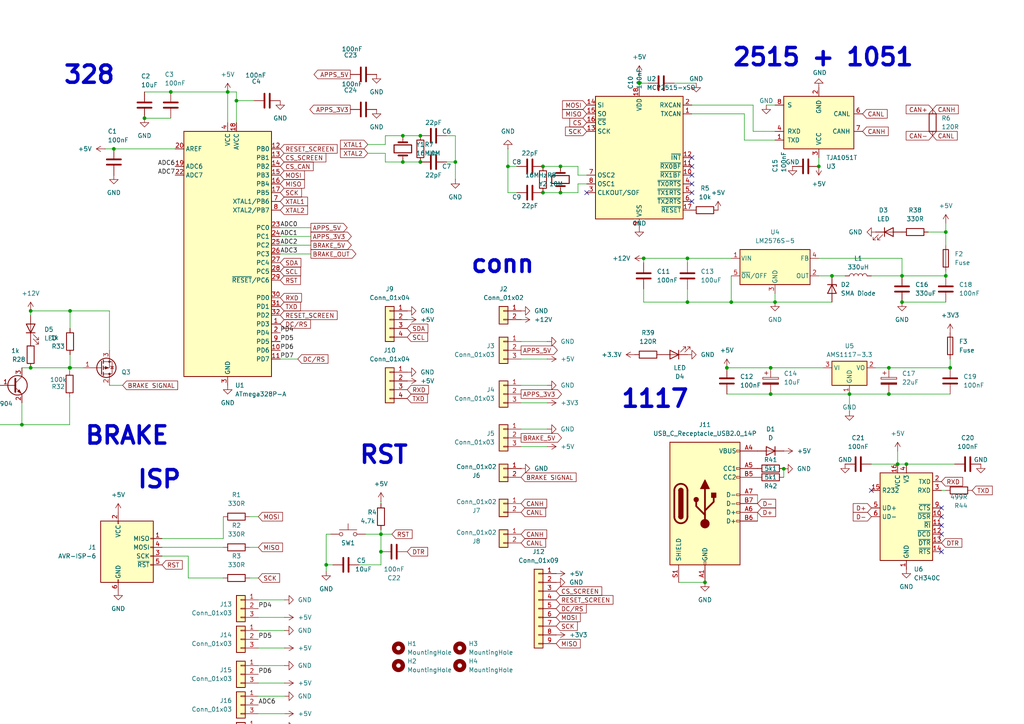
<source format=kicad_sch>
(kicad_sch (version 20250114) (generator "eeschema") (generator_version "9.0")
  (paper "A4")
  (title_block (title "RBR_VCU_V2_VAN"))
  (text "RST" (at 103.886 132.08 0) (effects (font (size 5 5) (thickness 1) (bold yes)) (justify left)))
  (text "conn" (at 145.796 76.708 0) (effects (font (size 5 5) (thickness 1) (bold yes))))
  (text "ISP" (at 46.228 139.192 0) (effects (font (size 5 5) (thickness 1) (bold yes))))
  (text "1117" (at 189.992 115.824 0) (effects (font (size 5 5) (thickness 1) (bold yes))))
  (text "2515 + 1051" (at 238.76 16.764 0) (effects (font (size 5 5) (thickness 1) (bold yes))))
  (text "features to implement\nexpose I2C and SPI for screen, into XH connector\nready to drive sound: output pmos drive buzzer, also XH\nexpose UART\nexpose unused pins to xh, same wiring as others\nassign pinout and read the rules, FSG as english reference\nreasonable silkscreen\nthe edge cut is your playground\nDeadline: 2359/10/04/2025; non-negotiable" (at 297.18 128.778 0) (effects (font (size 2.54 2.54) (thickness 0.508) (bold yes)) (justify left)))
  (text "BRAKE" (at 36.83 126.492 0) (effects (font (size 5 5) (thickness 1) (bold yes))))
  (text "328" (at 25.908 21.844 0) (effects (font (size 5 5) (thickness 1) (bold yes))))
  (junction (at 274.32 80.01))
  (junction (at 223.52 106.68))
  (junction (at 8.89 106.68))
  (junction (at 132.08 46.99))
  (junction (at 33.02 43.18))
  (junction (at 261.62 80.01))
  (junction (at 162.56 48.26))
  (junction (at 157.48 55.88))
  (junction (at 20.32 90.17))
  (junction (at 212.09 87.63))
  (junction (at 8.89 90.17))
  (junction (at 199.39 74.93))
  (junction (at 199.39 87.63))
  (junction (at 262.89 134.62))
  (junction (at 204.47 168.91))
  (junction (at 261.62 87.63))
  (junction (at 6.35 123.19))
  (junction (at 157.48 48.26))
  (junction (at 246.38 114.3))
  (junction (at 147.32 48.26))
  (junction (at 94.615 163.83))
  (junction (at 162.56 55.88))
  (junction (at 49.53 26.67))
  (junction (at 110.49 154.94))
  (junction (at 41.91 34.29))
  (junction (at 68.58 29.21))
  (junction (at 186.69 74.93))
  (junction (at 260.35 134.62))
  (junction (at 223.52 114.3))
  (junction (at 257.81 106.68))
  (junction (at 121.92 39.37))
  (junction (at 20.193 106.68))
  (junction (at 116.84 39.37))
  (junction (at 185.42 24.13))
  (junction (at 110.49 160.02))
  (junction (at 66.04 26.67))
  (junction (at 116.84 46.99))
  (junction (at 224.79 87.63))
  (junction (at 20.32 106.68))
  (junction (at 227.33 135.9679))
  (junction (at 257.81 114.3))
  (junction (at 241.3 80.01))
  (junction (at 275.59 106.68))
  (junction (at 210.82 106.68))
  (junction (at 121.92 46.99))
  (junction (at 274.32 67.31))
  (junction (at 237.49 48.26))
  (no_connect (at 200.66 48.26))
  (no_connect (at 252.73 142.24))
  (no_connect (at 273.05 147.32))
  (no_connect (at 273.05 154.94))
  (no_connect (at 170.18 55.88))
  (no_connect (at 200.66 55.88))
  (no_connect (at 200.66 50.8))
  (no_connect (at 200.66 58.42))
  (no_connect (at 273.05 149.86))
  (no_connect (at 273.05 152.4))
  (no_connect (at 200.66 45.72))
  (no_connect (at 200.66 53.34))
  (no_connect (at 273.05 160.02))
  (wire (pts (xy 237.49 48.26) (xy 237.49 45.72)))
  (wire (pts (xy 82.55 179.07) (xy 74.93 179.07)))
  (wire (pts (xy 199.39 74.93) (xy 212.09 74.93)))
  (wire (pts (xy 94.615 154.94) (xy 94.615 163.83)))
  (wire (pts (xy 223.52 106.68) (xy 238.76 106.68)))
  (wire (pts (xy 158.75 124.46) (xy 151.13 124.46)))
  (wire (pts (xy 20.32 90.17) (xy 20.32 95.25)))
  (wire (pts (xy 199.39 87.63) (xy 212.09 87.63)))
  (wire (pts (xy 8.89 106.68) (xy 20.193 106.68)))
  (wire (pts (xy 111.76 46.99) (xy 111.76 44.45)))
  (wire (pts (xy 49.53 26.67) (xy 66.04 26.67)))
  (wire (pts (xy 147.32 55.88) (xy 147.32 48.26)))
  (wire (pts (xy 254 106.68) (xy 257.81 106.68)))
  (wire (pts (xy 196.85 168.91) (xy 204.47 168.91)))
  (wire (pts (xy 210.82 114.3) (xy 223.52 114.3)))
  (wire (pts (xy 273.05 142.24) (xy 274.32 142.24)))
  (wire (pts (xy 224.79 87.63) (xy 224.79 85.09)))
  (wire (pts (xy 20.193 115.189) (xy 20.193 123.19)))
  (wire (pts (xy 41.91 26.67) (xy 49.53 26.67)))
  (wire (pts (xy 8.89 90.17) (xy 8.89 91.44)))
  (wire (pts (xy 147.32 55.88) (xy 149.86 55.88)))
  (wire (pts (xy 186.69 87.63) (xy 186.69 83.82)))
  (wire (pts (xy 186.69 74.93) (xy 186.69 76.2)))
  (wire (pts (xy 90.17 73.66) (xy 81.28 73.66)))
  (wire (pts (xy 110.49 154.94) (xy 113.665 154.94)))
  (wire (pts (xy 111.76 46.99) (xy 116.84 46.99)))
  (wire (pts (xy 261.62 87.63) (xy 274.32 87.63)))
  (wire (pts (xy 64.77 156.21) (xy 46.99 156.21)))
  (wire (pts (xy 73.66 29.21) (xy 68.58 29.21)))
  (wire (pts (xy 132.08 39.37) (xy 132.08 46.99)))
  (wire (pts (xy 82.55 201.93) (xy 74.93 201.93)))
  (wire (pts (xy 132.08 39.37) (xy 129.54 39.37)))
  (wire (pts (xy 186.69 74.93) (xy 199.39 74.93)))
  (wire (pts (xy 158.75 104.14) (xy 151.13 104.14)))
  (wire (pts (xy 252.73 134.62) (xy 260.35 134.62)))
  (wire (pts (xy 237.49 74.93) (xy 261.62 74.93)))
  (wire (pts (xy 82.55 207.01) (xy 74.93 207.01)))
  (wire (pts (xy 90.17 68.58) (xy 81.28 68.58)))
  (wire (pts (xy 227.33 135.89) (xy 227.33 135.9679)))
  (wire (pts (xy 158.75 129.54) (xy 151.13 129.54)))
  (wire (pts (xy 31.75 90.17) (xy 31.75 101.6)))
  (wire (pts (xy 66.04 26.67) (xy 68.58 26.67)))
  (wire (pts (xy 158.75 99.06) (xy 151.13 99.06)))
  (wire (pts (xy 170.18 53.34) (xy 167.64 53.34)))
  (wire (pts (xy 132.08 52.07) (xy 132.08 46.99)))
  (wire (pts (xy 215.9 33.02) (xy 200.66 33.02)))
  (wire (pts (xy 274.32 64.77) (xy 274.32 67.31)))
  (wire (pts (xy -15.24 123.19) (xy 6.35 123.19)))
  (wire (pts (xy 111.76 39.37) (xy 116.84 39.37)))
  (wire (pts (xy 147.32 43.18) (xy 147.32 48.26)))
  (wire (pts (xy 24.13 106.68) (xy 20.32 106.68)))
  (wire (pts (xy 64.77 167.64) (xy 54.61 167.64)))
  (wire (pts (xy 6.35 116.84) (xy 6.35 123.19)))
  (wire (pts (xy 110.49 160.02) (xy 110.49 163.83)))
  (wire (pts (xy 68.58 26.67) (xy 68.58 29.21)))
  (wire (pts (xy 20.32 90.17) (xy 31.75 90.17)))
  (wire (pts (xy 30.48 43.18) (xy 33.02 43.18)))
  (wire (pts (xy 274.32 67.31) (xy 274.32 71.12)))
  (wire (pts (xy 82.55 210.82) (xy 74.93 210.82)))
  (wire (pts (xy 252.73 80.01) (xy 261.62 80.01)))
  (wire (pts (xy 106.68 41.91) (xy 111.76 41.91)))
  (wire (pts (xy 187.96 24.13) (xy 185.42 24.13)))
  (wire (pts (xy 246.38 114.3) (xy 257.81 114.3)))
  (wire (pts (xy 149.86 48.26) (xy 147.32 48.26)))
  (wire (pts (xy 157.48 48.26) (xy 162.56 48.26)))
  (wire (pts (xy 274.32 78.74) (xy 274.32 80.01)))
  (wire (pts (xy 210.82 106.68) (xy 223.52 106.68)))
  (wire (pts (xy 227.33 135.9679) (xy 227.33 138.43)))
  (wire (pts (xy 167.64 53.34) (xy 167.64 55.88)))
  (wire (pts (xy 82.55 187.96) (xy 74.93 187.96)))
  (wire (pts (xy 6.35 106.68) (xy 8.89 106.68)))
  (wire (pts (xy 110.49 153.67) (xy 110.49 154.94)))
  (wire (pts (xy 167.64 48.26) (xy 162.56 48.26)))
  (wire (pts (xy 219.71 143.51) (xy 219.71 146.05)))
  (wire (pts (xy 215.9 40.64) (xy 215.9 33.02)))
  (wire (pts (xy 261.62 74.93) (xy 261.62 80.01)))
  (wire (pts (xy 185.42 21.59) (xy 185.42 24.13)))
  (wire (pts (xy 106.045 154.94) (xy 110.49 154.94)))
  (wire (pts (xy 260.35 130.81) (xy 260.35 134.62)))
  (wire (pts (xy 90.17 71.12) (xy 81.28 71.12)))
  (wire (pts (xy 74.93 149.86) (xy 72.39 149.86)))
  (wire (pts (xy 8.89 90.17) (xy 20.32 90.17)))
  (wire (pts (xy 104.14 163.83) (xy 110.49 163.83)))
  (wire (pts (xy 20.32 106.68) (xy 20.193 106.68)))
  (wire (pts (xy 82.55 193.04) (xy 74.93 193.04)))
  (wire (pts (xy 218.44 38.1) (xy 218.44 30.48)))
  (wire (pts (xy 195.58 24.13) (xy 201.93 24.13)))
  (wire (pts (xy 157.48 55.88) (xy 162.56 55.88)))
  (wire (pts (xy 86.36 104.14) (xy 81.28 104.14)))
  (wire (pts (xy 219.71 148.59) (xy 219.71 151.13)))
  (wire (pts (xy 54.61 161.29) (xy 46.99 161.29)))
  (wire (pts (xy 64.77 149.86) (xy 64.77 156.21)))
  (wire (pts (xy 33.02 43.18) (xy 50.8 43.18)))
  (wire (pts (xy 111.76 44.45) (xy 106.68 44.45)))
  (wire (pts (xy 20.193 106.68) (xy 20.193 107.569)))
  (wire (pts (xy 212.09 87.63) (xy 224.79 87.63)))
  (wire (pts (xy 68.58 29.21) (xy 68.58 35.56)))
  (wire (pts (xy 129.54 46.99) (xy 132.08 46.99)))
  (wire (pts (xy 66.04 26.67) (xy 66.04 35.56)))
  (wire (pts (xy 74.93 167.64) (xy 72.39 167.64)))
  (wire (pts (xy 269.24 67.31) (xy 274.32 67.31)))
  (wire (pts (xy 158.75 111.76) (xy 151.13 111.76)))
  (wire (pts (xy 20.32 102.87) (xy 20.32 106.68)))
  (wire (pts (xy 90.17 66.04) (xy 81.28 66.04)))
  (wire (pts (xy 246.38 119.38) (xy 246.38 114.3)))
  (wire (pts (xy 54.61 167.64) (xy 54.61 161.29)))
  (wire (pts (xy 82.55 173.99) (xy 74.93 173.99)))
  (wire (pts (xy 167.64 55.88) (xy 162.56 55.88)))
  (wire (pts (xy 170.18 50.8) (xy 167.64 50.8)))
  (wire (pts (xy 218.44 30.48) (xy 200.66 30.48)))
  (wire (pts (xy 41.91 34.29) (xy 49.53 34.29)))
  (wire (pts (xy 275.59 104.14) (xy 275.59 106.68)))
  (wire (pts (xy 167.64 50.8) (xy 167.64 48.26)))
  (wire (pts (xy 257.81 106.68) (xy 275.59 106.68)))
  (wire (pts (xy 82.55 182.88) (xy 74.93 182.88)))
  (wire (pts (xy -15.24 111.76) (xy -8.89 111.76)))
  (wire (pts (xy 199.39 74.93) (xy 199.39 76.2)))
  (wire (pts (xy 224.79 40.64) (xy 215.9 40.64)))
  (wire (pts (xy 94.615 163.83) (xy 96.52 163.83)))
  (wire (pts (xy 241.3 80.01) (xy 245.11 80.01)))
  (wire (pts (xy 224.79 87.63) (xy 241.3 87.63)))
  (wire (pts (xy 257.81 114.3) (xy 275.59 114.3)))
  (wire (pts (xy 121.92 46.99) (xy 116.84 46.99)))
  (wire (pts (xy 110.49 145.415) (xy 110.49 146.05)))
  (wire (pts (xy 260.35 134.62) (xy 262.89 134.62)))
  (wire (pts (xy 82.55 215.9) (xy 74.93 215.9)))
  (wire (pts (xy 111.76 39.37) (xy 111.76 41.91)))
  (wire (pts (xy 185.42 24.13) (xy 185.42 25.4)))
  (wire (pts (xy 94.615 165.735) (xy 94.615 163.83)))
  (wire (pts (xy 224.79 38.1) (xy 218.44 38.1)))
  (wire (pts (xy 6.35 123.19) (xy 20.193 123.19)))
  (wire (pts (xy 82.55 198.12) (xy 74.93 198.12)))
  (wire (pts (xy 158.75 116.84) (xy 151.13 116.84)))
  (wire (pts (xy 223.52 114.3) (xy 246.38 114.3)))
  (wire (pts (xy 276.86 134.62) (xy 262.89 134.62)))
  (wire (pts (xy 74.93 158.75) (xy 72.39 158.75)))
  (wire (pts (xy 222.25 30.48) (xy 224.79 30.48)))
  (wire (pts (xy 186.69 87.63) (xy 199.39 87.63)))
  (wire (pts (xy 64.77 158.75) (xy 46.99 158.75)))
  (wire (pts (xy 212.09 80.01) (xy 212.09 87.63)))
  (wire (pts (xy 110.49 154.94) (xy 110.49 160.02)))
  (wire (pts (xy 241.3 80.01) (xy 237.49 80.01)))
  (wire (pts (xy 95.885 154.94) (xy 94.615 154.94)))
  (wire (pts (xy 199.39 83.82) (xy 199.39 87.63)))
  (wire (pts (xy 261.62 80.01) (xy 274.32 80.01)))
  (wire (pts (xy 121.92 39.37) (xy 116.84 39.37)))
  (wire (pts (xy 31.75 111.76) (xy 35.56 111.76)))
  (label "ADC3" (at 81.28 73.66 0))
  (label "ADC6" (at 74.93 204.47 0))
  (label "PD4" (at 74.93 176.53 0))
  (label "ADC6" (at 50.8 48.26 180))
  (label "PD6" (at 74.93 195.58 0))
  (label "PD5" (at 74.93 185.42 0))
  (label "PD4" (at 81.28 96.52 0))
  (label "ADC7" (at 74.93 213.36 0))
  (label "PD5" (at 81.28 99.06 0))
  (label "ADC0" (at 81.28 66.04 0))
  (label "ADC1" (at 81.28 68.58 0))
  (label "ADC2" (at 81.28 71.12 0))
  (label "PD7" (at 81.28 104.14 0))
  (label "ADC7" (at 50.8 50.8 180))
  (label "PD6" (at 81.28 101.6 0))
  (global_label "CANH" (shape input) (at 270.51 31.75 0) (property "Intersheetrefs" "${INTERSHEET_REFS}" (effects (hide yes))))
  (global_label "RESET_SCREEN" (shape input) (at 161.29 173.99 0) (property "Intersheetrefs" "${INTERSHEET_REFS}" (effects (hide yes))))
  (global_label "SCL" (shape input) (at 118.11 97.79 0) (property "Intersheetrefs" "${INTERSHEET_REFS}" (effects (hide yes))))
  (global_label "RST" (shape input) (at 81.28 81.28 0) (property "Intersheetrefs" "${INTERSHEET_REFS}" (effects (hide yes))))
  (global_label "CS_SCREEN" (shape input) (at 161.29 171.45 0) (property "Intersheetrefs" "${INTERSHEET_REFS}" (effects (hide yes))))
  (global_label "XTAL2" (shape input) (at 106.68 44.45 180) (property "Intersheetrefs" "${INTERSHEET_REFS}" (effects (hide yes))))
  (global_label "BRAKE_5V" (shape output) (at 151.13 127 0) (property "Intersheetrefs" "${INTERSHEET_REFS}" (effects (hide yes))))
  (global_label "MISO" (shape input) (at 170.18 33.02 180) (property "Intersheetrefs" "${INTERSHEET_REFS}" (effects (hide yes))))
  (global_label "APPS_3V3" (shape output) (at 90.17 68.58 0) (property "Intersheetrefs" "${INTERSHEET_REFS}" (effects (hide yes))))
  (global_label "CANL" (shape input) (at 151.13 148.59 0) (property "Intersheetrefs" "${INTERSHEET_REFS}" (effects (hide yes))))
  (global_label "SCK" (shape input) (at 81.28 55.88 0) (property "Intersheetrefs" "${INTERSHEET_REFS}" (effects (hide yes))))
  (global_label "CS_CAN" (shape input) (at 81.28 48.26 0) (property "Intersheetrefs" "${INTERSHEET_REFS}" (effects (hide yes))))
  (global_label "CANL" (shape input) (at 270.51 39.37 0) (property "Intersheetrefs" "${INTERSHEET_REFS}" (effects (hide yes))))
  (global_label "APPS_3V3" (shape output) (at 151.13 114.3 0) (property "Intersheetrefs" "${INTERSHEET_REFS}" (effects (hide yes))))
  (global_label "RESET_SCREEN" (shape input) (at 81.28 43.18 0) (property "Intersheetrefs" "${INTERSHEET_REFS}" (effects (hide yes))))
  (global_label "DC{slash}RS" (shape input) (at 161.29 176.53 0) (property "Intersheetrefs" "${INTERSHEET_REFS}" (effects (hide yes))))
  (global_label "SCK" (shape input) (at 74.93 167.64 0) (property "Intersheetrefs" "${INTERSHEET_REFS}" (effects (hide yes))))
  (global_label "BRAKE_OUT" (shape output) (at 90.17 73.66 0) (property "Intersheetrefs" "${INTERSHEET_REFS}" (effects (hide yes))))
  (global_label "CS_SCREEN" (shape input) (at 81.28 45.72 0) (property "Intersheetrefs" "${INTERSHEET_REFS}" (effects (hide yes))))
  (global_label "APPS_5V" (shape output) (at 101.6 21.59 180) (property "Intersheetrefs" "${INTERSHEET_REFS}" (effects (hide yes))))
  (global_label "APPS_5V" (shape output) (at 90.17 66.04 0) (property "Intersheetrefs" "${INTERSHEET_REFS}" (effects (hide yes))))
  (global_label "CANL" (shape input) (at 151.13 157.48 0) (property "Intersheetrefs" "${INTERSHEET_REFS}" (effects (hide yes))))
  (global_label "DTR" (shape input) (at 118.11 160.02 0) (property "Intersheetrefs" "${INTERSHEET_REFS}" (effects (hide yes))))
  (global_label "SDA" (shape input) (at 81.28 76.2 0) (property "Intersheetrefs" "${INTERSHEET_REFS}" (effects (hide yes))))
  (global_label "CANH" (shape input) (at 151.13 146.05 0) (property "Intersheetrefs" "${INTERSHEET_REFS}" (effects (hide yes))))
  (global_label "CAN+" (shape input) (at 270.51 31.75 180) (property "Intersheetrefs" "${INTERSHEET_REFS}" (effects (hide yes))))
  (global_label "D-" (shape input) (at 219.71 146.05 0) (property "Intersheetrefs" "${INTERSHEET_REFS}" (effects (hide yes))))
  (global_label "DC{slash}RS" (shape input) (at 81.28 93.98 0) (property "Intersheetrefs" "${INTERSHEET_REFS}" (effects (hide yes))))
  (global_label "CANH" (shape input) (at 151.13 154.94 0) (property "Intersheetrefs" "${INTERSHEET_REFS}" (effects (hide yes))))
  (global_label "RXD" (shape input) (at 81.28 86.36 0) (property "Intersheetrefs" "${INTERSHEET_REFS}" (effects (hide yes))))
  (global_label "CS" (shape input) (at 170.18 35.56 180) (property "Intersheetrefs" "${INTERSHEET_REFS}" (effects (hide yes))))
  (global_label "RXD" (shape input) (at 273.05 139.7 0) (property "Intersheetrefs" "${INTERSHEET_REFS}" (effects (hide yes))))
  (global_label "XTAL1" (shape input) (at 81.28 58.42 0) (property "Intersheetrefs" "${INTERSHEET_REFS}" (effects (hide yes))))
  (global_label "APPS_3V3" (shape output) (at 101.6 31.75 180) (property "Intersheetrefs" "${INTERSHEET_REFS}" (effects (hide yes))))
  (global_label "RESET_SCREEN" (shape input) (at 81.28 91.44 0) (property "Intersheetrefs" "${INTERSHEET_REFS}" (effects (hide yes))))
  (global_label "TXD" (shape input) (at 81.28 88.9 0) (property "Intersheetrefs" "${INTERSHEET_REFS}" (effects (hide yes))))
  (global_label "XTAL1" (shape input) (at 106.68 41.91 180) (property "Intersheetrefs" "${INTERSHEET_REFS}" (effects (hide yes))))
  (global_label "BRAKE SIGNAL" (shape input) (at 151.13 138.43 0) (property "Intersheetrefs" "${INTERSHEET_REFS}" (effects (hide yes))))
  (global_label "MISO" (shape input) (at 74.93 158.75 0) (property "Intersheetrefs" "${INTERSHEET_REFS}" (effects (hide yes))))
  (global_label "DTR" (shape input) (at 273.05 157.48 0) (property "Intersheetrefs" "${INTERSHEET_REFS}" (effects (hide yes))))
  (global_label "TXD" (shape input) (at 281.94 142.24 0) (property "Intersheetrefs" "${INTERSHEET_REFS}" (effects (hide yes))))
  (global_label "MOSI" (shape input) (at 161.29 179.07 0) (property "Intersheetrefs" "${INTERSHEET_REFS}" (effects (hide yes))))
  (global_label "CAN-" (shape input) (at 270.51 39.37 180) (property "Intersheetrefs" "${INTERSHEET_REFS}" (effects (hide yes))))
  (global_label "D+" (shape input) (at 219.71 148.59 0) (property "Intersheetrefs" "${INTERSHEET_REFS}" (effects (hide yes))))
  (global_label "RST" (shape input) (at 46.99 163.83 0) (property "Intersheetrefs" "${INTERSHEET_REFS}" (effects (hide yes))))
  (global_label "BRAKE SIGNAL" (shape input) (at 35.56 111.76 0) (property "Intersheetrefs" "${INTERSHEET_REFS}" (effects (hide yes))))
  (global_label "XTAL2" (shape input) (at 81.28 60.96 0) (property "Intersheetrefs" "${INTERSHEET_REFS}" (effects (hide yes))))
  (global_label "MISO" (shape input) (at 81.28 53.34 0) (property "Intersheetrefs" "${INTERSHEET_REFS}" (effects (hide yes))))
  (global_label "MOSI" (shape input) (at 74.93 149.86 0) (property "Intersheetrefs" "${INTERSHEET_REFS}" (effects (hide yes))))
  (global_label "APPS_5V" (shape output) (at 151.13 101.6 0) (property "Intersheetrefs" "${INTERSHEET_REFS}" (effects (hide yes))))
  (global_label "RST" (shape input) (at 113.665 154.94 0) (property "Intersheetrefs" "${INTERSHEET_REFS}" (effects (hide yes))))
  (global_label "CANL" (shape input) (at 250.19 33.02 0) (property "Intersheetrefs" "${INTERSHEET_REFS}" (effects (hide yes))))
  (global_label "BRAKE_OUT" (shape output) (at -15.24 111.76 180) (property "Intersheetrefs" "${INTERSHEET_REFS}" (effects (hide yes))))
  (global_label "D+" (shape input) (at 252.73 147.32 180) (property "Intersheetrefs" "${INTERSHEET_REFS}" (effects (hide yes))))
  (global_label "SCK" (shape input) (at 170.18 38.1 180) (property "Intersheetrefs" "${INTERSHEET_REFS}" (effects (hide yes))))
  (global_label "SCK" (shape input) (at 161.29 181.61 0) (property "Intersheetrefs" "${INTERSHEET_REFS}" (effects (hide yes))))
  (global_label "D-" (shape input) (at 252.73 149.86 180) (property "Intersheetrefs" "${INTERSHEET_REFS}" (effects (hide yes))))
  (global_label "TXD" (shape input) (at 118.11 115.57 0) (property "Intersheetrefs" "${INTERSHEET_REFS}" (effects (hide yes))))
  (global_label "CANH" (shape input) (at 250.19 38.1 0) (property "Intersheetrefs" "${INTERSHEET_REFS}" (effects (hide yes))))
  (global_label "BRAKE_5V" (shape output) (at 90.17 71.12 0) (property "Intersheetrefs" "${INTERSHEET_REFS}" (effects (hide yes))))
  (global_label "MOSI" (shape input) (at 170.18 30.48 180) (property "Intersheetrefs" "${INTERSHEET_REFS}" (effects (hide yes))))
  (global_label "MOSI" (shape input) (at 81.28 50.8 0) (property "Intersheetrefs" "${INTERSHEET_REFS}" (effects (hide yes))))
  (global_label "DC{slash}RS" (shape input) (at 86.36 104.14 0) (property "Intersheetrefs" "${INTERSHEET_REFS}" (effects (hide yes))))
  (global_label "RXD" (shape input) (at 118.11 113.03 0) (property "Intersheetrefs" "${INTERSHEET_REFS}" (effects (hide yes))))
  (global_label "SDA" (shape input) (at 118.11 95.25 0) (property "Intersheetrefs" "${INTERSHEET_REFS}" (effects (hide yes))))
  (global_label "MISO" (shape input) (at 161.29 186.69 0) (property "Intersheetrefs" "${INTERSHEET_REFS}" (effects (hide yes))))
  (global_label "SCL" (shape input) (at 81.28 78.74 0) (property "Intersheetrefs" "${INTERSHEET_REFS}" (effects (hide yes))))
  (symbol (lib_id "Device:C") (at 49.53 30.48 180) (unit 1)
    (property "Reference" "C3" (at 47.752 21.59 0) (effects (justify right)))
    (property "Value" "100nF" (at 47.752 24.13 0) (effects (justify right)))
    (property "Footprint" "RMC_Capacitor:C_0805_2012Metric_Pad1.18x1.45mm_HandSolder_L" (effects (hide yes)))
    (property "Description" "Unpolarized capacitor" (effects (hide yes)))
  )
  (symbol (lib_id "power:GND") (at 82.55 182.88 90) (unit 1)
    (property "Reference" "#PWR055" (effects (hide yes)))
    (property "Value" "GND" (at 86.36 182.8799 90) (effects (justify right)))
    (property "Description" "Power symbol creates a global label with name \"GND\" , ground" (effects (hide yes)))
  )
  (symbol (lib_id "Device:C") (at 125.73 39.37 270) (mirror x) (unit 1)
    (property "Reference" "C6" (at 129.54 38.1 90))
    (property "Value" "22pF" (at 125.73 35.56 90))
    (property "Footprint" "RMC_Capacitor:C_0805_2012Metric_Pad1.18x1.45mm_HandSolder_L" (effects (hide yes)))
  )
  (symbol (lib_id "Device:Crystal") (at 162.56 52.07 270) (unit 1)
    (property "Reference" "Y2" (at 158.75 53.3401 90) (effects (justify right)))
    (property "Value" "16MHz" (at 158.75 50.8001 90) (effects (justify right)))
    (property "Footprint" "RMC_Crystal:Crystal_HC49-U_Vertical_W_SMD_Handolder" (effects (hide yes)))
    (property "Description" "Two pin crystal" (effects (hide yes)))
  )
  (symbol (lib_id "Connector_Generic:Conn_01x03") (at 146.05 101.6 0) (mirror y) (unit 1)
    (property "Reference" "J3" (at 143.51 100.3299 0) (effects (justify left)))
    (property "Value" "Conn_01x03" (at 143.51 102.8699 0) (effects (justify left)))
    (property "Footprint" "Connector_JST:JST_XH_B3B-XH-A_1x03_P2.50mm_Vertical" (effects (hide yes)))
    (property "Description" "Generic connector, single row, 01x03, script generated (kicad-library-utils/schlib/autogen/connector/)" (effects (hide yes)))
  )
  (symbol (lib_id "power:GND") (at 262.89 165.1 0) (unit 1)
    (property "Reference" "#PWR049" (effects (hide yes)))
    (property "Value" "GND" (at 262.89 170.18 0))
    (property "Description" "Power symbol creates a global label with name \"GND\" , ground" (effects (hide yes)))
  )
  (symbol (lib_id "power:GND") (at 109.22 31.75 0) (unit 1)
    (property "Reference" "#PWR064" (effects (hide yes)))
    (property "Value" "GND" (at 109.22 36.83 0))
    (property "Description" "Power symbol creates a global label with name \"GND\" , ground" (effects (hide yes)))
  )
  (symbol (lib_id "Device:R") (at 270.51 35.56 180) (unit 1)
    (property "Reference" "R6" (at 273.05 34.2899 0) (effects (justify right)))
    (property "Value" "120R" (at 273.05 36.8299 0) (effects (justify right)))
    (property "Footprint" "RMC_Resistor:R_0805_2012Metric_Pad1.20x1.40mm_HandSolder_L" (effects (hide yes)))
    (property "Description" "Resistor" (effects (hide yes)))
  )
  (symbol (lib_id "power:+3V3") (at 158.75 116.84 270) (unit 1)
    (property "Reference" "#PWR020" (effects (hide yes)))
    (property "Value" "+3V3" (at 162.56 116.8399 90) (effects (justify left)))
    (property "Description" "Power symbol creates a global label with name \"+3V3\"" (effects (hide yes)))
  )
  (symbol (lib_id "power:GND") (at 82.55 173.99 90) (unit 1)
    (property "Reference" "#PWR053" (effects (hide yes)))
    (property "Value" "GND" (at 86.36 173.9899 90) (effects (justify right)))
    (property "Description" "Power symbol creates a global label with name \"GND\" , ground" (effects (hide yes)))
  )
  (symbol (lib_id "Mechanical:MountingHole") (at 115.57 187.96 0) (unit 1) (exclude_from_sim yes) (in_bom no)
    (property "Reference" "H1" (at 118.11 186.6899 0) (effects (justify left)))
    (property "Value" "MountingHole" (at 118.11 189.2299 0) (effects (justify left)))
    (property "Footprint" "MountingHole:MountingHole_3.2mm_M3" (effects (hide yes)))
    (property "Description" "Mounting Hole without connection" (effects (hide yes)))
  )
  (symbol (lib_id "Device:R") (at 110.49 149.86 180) (unit 1)
    (property "Reference" "R4" (at 107.95 148.59 0))
    (property "Value" "4.7k" (at 106.68 151.13 0))
    (property "Footprint" "RMC_Resistor:R_0805_2012Metric_Pad1.20x1.40mm_HandSolder_L" (effects (hide yes)))
  )
  (symbol (lib_id "Device:LED") (at 257.81 67.31 0) (unit 1)
    (property "Reference" "D3" (at 256.2225 60.96 0))
    (property "Value" "LED" (at 256.2225 63.5 0))
    (property "Footprint" "RMC_LED:LED_0805_2012Metric_Pad1.45x1.40mm_HandSolder" (effects (hide yes)))
    (property "Description" "Light emitting diode" (effects (hide yes)))
  )
  (symbol (lib_id "power:GND") (at 82.55 201.93 90) (unit 1)
    (property "Reference" "#PWR059" (effects (hide yes)))
    (property "Value" "GND" (at 86.36 201.9299 90) (effects (justify right)))
    (property "Description" "Power symbol creates a global label with name \"GND\" , ground" (effects (hide yes)))
  )
  (symbol (lib_id "power:GND") (at 151.13 135.89 90) (unit 1)
    (property "Reference" "#PWR016" (effects (hide yes)))
    (property "Value" "GND" (at 154.94 135.8899 90) (effects (justify right)))
    (property "Description" "Power symbol creates a global label with name \"GND\" , ground" (effects (hide yes)))
  )
  (symbol (lib_id "power:GND") (at 33.02 50.8 0) (unit 1)
    (property "Reference" "#PWR02" (effects (hide yes)))
    (property "Value" "GND" (at 33.02 55.88 0))
    (property "Description" "Power symbol creates a global label with name \"GND\" , ground" (effects (hide yes)))
  )
  (symbol (lib_id "Connector_Generic:Conn_01x02") (at 146.05 154.94 0) (mirror y) (unit 1)
    (property "Reference" "J8" (at 138.176 156.972 0))
    (property "Value" "Conn_01x02" (at 138.176 154.432 0))
    (property "Footprint" "Connector_JST:JST_XH_B2B-XH-A_1x02_P2.50mm_Vertical" (effects (hide yes)))
    (property "Description" "Generic connector, single row, 01x02, script generated (kicad-library-utils/schlib/autogen/connector/)" (effects (hide yes)))
  )
  (symbol (lib_id "power:GND") (at 246.38 119.38 0) (unit 1)
    (property "Reference" "#PWR034" (effects (hide yes)))
    (property "Value" "GND" (at 246.38 118.11 0))
  )
  (symbol (lib_id "power:+5V") (at 66.04 26.67 0) (unit 1)
    (property "Reference" "#PWR07" (effects (hide yes)))
    (property "Value" "+5V" (at 66.04 21.59 0))
    (property "Description" "Power symbol creates a global label with name \"+5V\"" (effects (hide yes)))
  )
  (symbol (lib_id "Device:R") (at 20.193 111.379 0) (unit 1)
    (property "Reference" "R32" (at 16.891 112.141 0))
    (property "Value" "100k" (at 16.891 110.109 0))
    (property "Footprint" "RMC_Resistor:R_0805_2012Metric_Pad1.20x1.40mm_HandSolder_L" (effects (hide yes)))
  )
  (symbol (lib_id "power:+5V") (at 158.75 129.54 270) (unit 1)
    (property "Reference" "#PWR022" (effects (hide yes)))
    (property "Value" "+5V" (at 162.56 129.5399 90) (effects (justify left)))
    (property "Description" "Power symbol creates a global label with name \"+5V\"" (effects (hide yes)))
  )
  (symbol (lib_id "power:GND") (at 118.11 90.17 90) (unit 1)
    (property "Reference" "#PWR038" (effects (hide yes)))
    (property "Value" "GND" (at 121.92 90.1699 90) (effects (justify right)))
    (property "Description" "Power symbol creates a global label with name \"GND\" , ground" (effects (hide yes)))
  )
  (symbol (lib_id "Device:R") (at 278.13 142.24 270) (mirror x) (unit 1)
    (property "Reference" "R44" (at 280.67 146.685 90) (effects (justify right)))
    (property "Value" "499R" (at 280.67 144.145 90) (effects (justify right)))
    (property "Footprint" "RMC_Resistor:R_0805_2012Metric_Pad1.20x1.40mm_HandSolder_L" (effects (hide yes)))
    (property "Description" "Resistor" (effects (hide yes)))
  )
  (symbol (lib_id "Device:Fuse") (at 275.59 100.33 180) (unit 1)
    (property "Reference" "F3" (at 278.13 99.0599 0) (effects (justify right)))
    (property "Value" "Fuse" (at 278.13 101.5999 0) (effects (justify right)))
    (property "Footprint" "Fuse:Fuse_1210_3225Metric_Pad1.42x2.65mm_HandSolder" (effects (hide yes)))
    (property "Description" "Fuse" (effects (hide yes)))
  )
  (symbol (lib_id "Device:C") (at 41.91 30.48 180) (unit 1)
    (property "Reference" "C2" (at 40.894 22.098 0) (effects (justify right)))
    (property "Value" "10uF" (at 40.894 24.638 0) (effects (justify right)))
    (property "Footprint" "RMC_Capacitor:C_0805_2012Metric_Pad1.18x1.45mm_HandSolder_L" (effects (hide yes)))
    (property "Description" "Unpolarized capacitor" (effects (hide yes)))
  )
  (symbol (lib_id "power:GND") (at 237.49 25.4 180) (unit 1)
    (property "Reference" "#PWR031" (effects (hide yes)))
    (property "Value" "GND" (at 237.744 21.082 0))
  )
  (symbol (lib_id "Device:C") (at 233.68 48.26 270) (unit 1)
    (property "Reference" "C15" (at 224.79 50.038 0) (effects (justify right)))
    (property "Value" "100nF" (at 227.33 50.038 0) (effects (justify right)))
    (property "Footprint" "RMC_Capacitor:C_0805_2012Metric_Pad1.18x1.45mm_HandSolder_L" (effects (hide yes)))
    (property "Description" "Unpolarized capacitor" (effects (hide yes)))
  )
  (symbol (lib_id "power:GND") (at 82.55 193.04 90) (unit 1)
    (property "Reference" "#PWR057" (effects (hide yes)))
    (property "Value" "GND" (at 86.36 193.0399 90) (effects (justify right)))
    (property "Description" "Power symbol creates a global label with name \"GND\" , ground" (effects (hide yes)))
  )
  (symbol (lib_id "Connector:AVR-ISP-6") (at 36.83 161.29 0) (unit 1)
    (property "Reference" "J1" (at 27.94 158.7499 0) (effects (justify right)))
    (property "Value" "AVR-ISP-6" (at 27.94 161.2899 0) (effects (justify right)))
    (property "Footprint" "to be sorted:PinHeader_2x03_P2.54mm_Vertical" (effects (hide yes)))
    (property "Description" "Atmel 6-pin ISP connector" (effects (hide yes)))
  )
  (symbol (lib_id "Device:C_Polarized") (at 223.52 110.49 0) (unit 1)
    (property "Reference" "C14" (at 227.33 108.3309 0) (effects (justify left)))
    (property "Value" "10uF" (at 227.33 110.8709 0) (effects (justify left)))
    (property "Footprint" "RMC_Capacitor:C_0805_2012Metric_Pad1.18x1.45mm_HandSolder_L" (effects (hide yes)))
    (property "Description" "Polarized capacitor" (effects (hide yes)))
  )
  (symbol (lib_id "power:GND") (at 94.615 165.735 0) (unit 1)
    (property "Reference" "#PWR010" (effects (hide yes)))
    (property "Value" "GND" (at 94.615 170.815 0))
  )
  (symbol (lib_id "Device:C") (at 199.39 80.01 0) (unit 1)
    (property "Reference" "C13" (at 203.2 78.7399 0) (effects (justify left)))
    (property "Value" "100uF" (at 203.2 81.2799 0) (effects (justify left)))
    (property "Footprint" "Capacitor_THT:CP_Radial_D6.3mm_P2.50mm" (effects (hide yes)))
    (property "Description" "Unpolarized capacitor" (effects (hide yes)))
  )
  (symbol (lib_id "Connector_Generic:Conn_01x03") (at 146.05 127 0) (mirror y) (unit 1)
    (property "Reference" "J5" (at 143.51 125.7299 0) (effects (justify left)))
    (property "Value" "Conn_01x03" (at 143.51 128.2699 0) (effects (justify left)))
    (property "Footprint" "Connector_JST:JST_XH_B3B-XH-A_1x03_P2.50mm_Vertical" (effects (hide yes)))
    (property "Description" "Generic connector, single row, 01x03, script generated (kicad-library-utils/schlib/autogen/connector/)" (effects (hide yes)))
  )
  (symbol (lib_id "Connector_Generic:Conn_01x03") (at 69.85 204.47 0) (mirror y) (unit 1)
    (property "Reference" "J16" (at 67.31 203.1999 0) (effects (justify left)))
    (property "Value" "Conn_01x03" (at 67.31 205.7399 0) (effects (justify left)))
    (property "Footprint" "Connector_JST:JST_XH_B3B-XH-A_1x03_P2.50mm_Vertical" (effects (hide yes)))
    (property "Description" "Generic connector, single row, 01x03, script generated (kicad-library-utils/schlib/autogen/connector/)" (effects (hide yes)))
  )
  (symbol (lib_id "Interface_CAN_LIN:TJA1051T") (at 237.49 35.56 0) (mirror x) (unit 1)
    (property "Reference" "U3" (at 239.6333 48.26 0) (effects (justify left)))
    (property "Value" "TJA1051T" (at 239.6333 45.72 0) (effects (justify left)))
    (property "Footprint" "Package_SO:SOIC-8_3.9x4.9mm_P1.27mm" (effects (hide yes)))
    (property "Datasheet" "http://www.nxp.com/docs/en/data-sheet/TJA1051.pdf" (effects (hide yes)))
    (property "Description" "High-Speed CAN Transceiver, silent mode, SOIC-8" (effects (hide yes)))
  )
  (symbol (lib_id "Device:C") (at 105.41 21.59 270) (unit 1)
    (property "Reference" "C23" (at 103.632 16.002 90) (effects (justify right)))
    (property "Value" "100nF" (at 105.156 14.224 90) (effects (justify right)))
    (property "Footprint" "RMC_Capacitor:C_0805_2012Metric_Pad1.18x1.45mm_HandSolder_L" (effects (hide yes)))
    (property "Description" "Unpolarized capacitor" (effects (hide yes)))
  )
  (symbol (lib_id "power:+5V") (at 82.55 179.07 270) (unit 1)
    (property "Reference" "#PWR054" (effects (hide yes)))
    (property "Value" "+5V" (at 86.36 179.0699 90) (effects (justify left)))
    (property "Description" "Power symbol creates a global label with name \"+5V\"" (effects (hide yes)))
  )
  (symbol (lib_id "Device:C") (at 153.67 55.88 90) (mirror x) (unit 1)
    (property "Reference" "C9" (at 149.86 57.15 90))
    (property "Value" "22pF" (at 153.67 59.69 90))
    (property "Footprint" "RMC_Capacitor:C_0805_2012Metric_Pad1.18x1.45mm_HandSolder_L" (effects (hide yes)))
  )
  (symbol (lib_id "Device:Crystal") (at 116.84 43.18 90) (unit 1)
    (property "Reference" "Y1" (at 120.65 41.9099 90) (effects (justify right)))
    (property "Value" "16MHz" (at 120.65 44.4499 90) (effects (justify right)))
    (property "Footprint" "RMC_Crystal:Crystal_HC49-U_Vertical_W_SMD_Handolder" (effects (hide yes)))
    (property "Description" "Two pin crystal" (effects (hide yes)))
  )
  (symbol (lib_id "Connector:USB_C_Receptacle_USB2.0_14P") (at 204.47 146.05 0) (unit 1)
    (property "Reference" "J11" (at 204.47 123.19 0))
    (property "Value" "USB_C_Receptacle_USB2.0_14P" (at 204.47 125.73 0))
    (property "Footprint" "Connector_USB:USB_C_Receptacle_G-Switch_GT-USB-7010ASV" (effects (hide yes)))
    (property "Datasheet" "https://www.usb.org/sites/default/files/documents/usb_type-c.zip" (effects (hide yes)))
    (property "Description" "USB 2.0-only 14P Type-C Receptacle connector" (effects (hide yes)))
  )
  (symbol (lib_id "Device:LED") (at 8.89 95.25 90) (unit 1)
    (property "Reference" "D5" (at 12.827 95.5675 90) (effects (justify right)))
    (property "Value" "LED" (at 12.827 98.1075 90) (effects (justify right)))
    (property "Footprint" "RMC_LED:LED_0805_2012Metric_Pad1.45x1.40mm_HandSolder" (effects (hide yes)))
  )
  (symbol (lib_id "Device:R") (at -5.08 111.76 90) (mirror x) (unit 1)
    (property "Reference" "R31" (at -5.08 109.728 90))
    (property "Value" "1k" (at -5.08 111.76 90))
    (property "Footprint" "RMC_Resistor:R_0805_2012Metric_Pad1.20x1.40mm_HandSolder_L" (effects (hide yes)))
  )
  (symbol (lib_id "power:+5V") (at 158.75 104.14 270) (unit 1)
    (property "Reference" "#PWR018" (effects (hide yes)))
    (property "Value" "+5V" (at 162.56 104.1399 90) (effects (justify left)))
    (property "Description" "Power symbol creates a global label with name \"+5V\"" (effects (hide yes)))
  )
  (symbol (lib_id "Device:R") (at 8.89 102.87 0) (unit 1)
    (property "Reference" "R28" (at 5.461 104.267 0))
    (property "Value" "1k" (at 4.445 101.727 0))
    (property "Footprint" "RMC_Resistor:R_0805_2012Metric_Pad1.20x1.40mm_HandSolder_L" (effects (hide yes)))
  )
  (symbol (lib_id "power:GND") (at 161.29 168.91 90) (unit 1)
    (property "Reference" "#PWR047" (effects (hide yes)))
    (property "Value" "GND" (at 165.1 168.9099 90) (effects (justify right)))
    (property "Description" "Power symbol creates a global label with name \"GND\" , ground" (effects (hide yes)))
  )
  (symbol (lib_id "power:GND") (at 261.62 87.63 0) (unit 1)
    (property "Reference" "#PWR035" (effects (hide yes)))
    (property "Value" "GND" (at 261.62 92.71 0))
    (property "Description" "Power symbol creates a global label with name \"GND\" , ground" (effects (hide yes)))
  )
  (symbol (lib_id "power:+5V") (at 208.28 60.96 0) (unit 1)
    (property "Reference" "#PWR026" (effects (hide yes)))
    (property "Value" "+5V" (at 208.28 55.88 0))
  )
  (symbol (lib_id "power:GND") (at 158.75 99.06 90) (unit 1)
    (property "Reference" "#PWR017" (effects (hide yes)))
    (property "Value" "GND" (at 162.56 99.0599 90) (effects (justify right)))
    (property "Description" "Power symbol creates a global label with name \"GND\" , ground" (effects (hide yes)))
  )
  (symbol (lib_id "power:GND") (at 254 67.31 270) (unit 1)
    (property "Reference" "#PWR083" (effects (hide yes)))
    (property "Value" "GND" (at 250.19 67.3099 90) (effects (justify right)))
    (property "Description" "Power symbol creates a global label with name \"GND\" , ground" (effects (hide yes)))
  )
  (symbol (lib_id "power:GND") (at 158.75 111.76 90) (unit 1)
    (property "Reference" "#PWR019" (effects (hide yes)))
    (property "Value" "GND" (at 162.56 111.7599 90) (effects (justify right)))
    (property "Description" "Power symbol creates a global label with name \"GND\" , ground" (effects (hide yes)))
  )
  (symbol (lib_id "power:GND") (at 66.04 111.76 0) (unit 1)
    (property "Reference" "#PWR08" (effects (hide yes)))
    (property "Value" "GND" (at 66.04 116.84 0))
    (property "Description" "Power symbol creates a global label with name \"GND\" , ground" (effects (hide yes)))
  )
  (symbol (lib_id "Device:C") (at 186.69 80.01 180) (unit 1)
    (property "Reference" "C11" (at 190.5 78.7399 0) (effects (justify right)))
    (property "Value" "100nF" (at 190.5 81.2799 0) (effects (justify right)))
    (property "Footprint" "RMC_Capacitor:C_0805_2012Metric_Pad1.18x1.45mm_HandSolder_L" (effects (hide yes)))
    (property "Description" "Unpolarized capacitor" (effects (hide yes)))
  )
  (symbol (lib_id "power:GND") (at 81.28 29.21 0) (unit 1)
    (property "Reference" "#PWR09" (effects (hide yes)))
    (property "Value" "GND" (at 81.28 34.29 0))
    (property "Description" "Power symbol creates a global label with name \"GND\" , ground" (effects (hide yes)))
  )
  (symbol (lib_id "Device:C") (at 114.3 160.02 270) (unit 1)
    (property "Reference" "C22" (at 114.3 167.64 90))
    (property "Value" "100nF" (at 114.3 165.1 90))
    (property "Footprint" "RMC_Capacitor:C_0805_2012Metric_Pad1.18x1.45mm_HandSolder_L" (effects (hide yes)))
    (property "Description" "Unpolarized capacitor" (effects (hide yes)))
  )
  (symbol (lib_id "power:+5V") (at 118.11 92.71 270) (unit 1)
    (property "Reference" "#PWR037" (effects (hide yes)))
    (property "Value" "+5V" (at 121.92 92.7099 90) (effects (justify left)))
    (property "Description" "Power symbol creates a global label with name \"+5V\"" (effects (hide yes)))
  )
  (symbol (lib_id "Device:R") (at 121.92 43.18 0) (mirror x) (unit 1)
    (property "Reference" "R7" (at 124.46 41.91 0))
    (property "Value" "10M" (at 125.73 44.45 0))
    (property "Footprint" "RMC_Resistor:R_0805_2012Metric_Pad1.20x1.40mm_HandSolder_L" (effects (hide yes)))
  )
  (symbol (lib_id "Connector_Generic:Conn_01x02") (at 146.05 146.05 0) (mirror y) (unit 1)
    (property "Reference" "J7" (at 138.176 148.082 0))
    (property "Value" "Conn_01x02" (at 138.176 145.542 0))
    (property "Footprint" "Connector_JST:JST_XH_B2B-XH-A_1x02_P2.50mm_Vertical" (effects (hide yes)))
    (property "Description" "Generic connector, single row, 01x02, script generated (kicad-library-utils/schlib/autogen/connector/)" (effects (hide yes)))
  )
  (symbol (lib_id "Device:R") (at 187.96 102.87 90) (unit 1)
    (property "Reference" "R39" (at 187.96 96.52 90))
    (property "Value" "120R" (at 187.96 99.06 90))
    (property "Footprint" "RMC_Resistor:R_0805_2012Metric_Pad1.20x1.40mm_HandSolder_L" (effects (hide yes)))
    (property "Description" "Resistor" (effects (hide yes)))
  )
  (symbol (lib_id "power:+5V") (at 82.55 215.9 270) (unit 1)
    (property "Reference" "#PWR062" (effects (hide yes)))
    (property "Value" "+5V" (at 86.36 215.8999 90) (effects (justify left)))
    (property "Description" "Power symbol creates a global label with name \"+5V\"" (effects (hide yes)))
  )
  (symbol (lib_id "power:GND") (at 109.22 21.59 0) (unit 1)
    (property "Reference" "#PWR063" (effects (hide yes)))
    (property "Value" "GND" (at 109.22 26.67 0))
    (property "Description" "Power symbol creates a global label with name \"GND\" , ground" (effects (hide yes)))
  )
  (symbol (lib_id "power:GND") (at 204.47 168.91 0) (unit 1)
    (property "Reference" "#PWR044" (effects (hide yes)))
    (property "Value" "GND" (at 204.47 173.99 0))
    (property "Description" "Power symbol creates a global label with name \"GND\" , ground" (effects (hide yes)))
  )
  (symbol (lib_id "power:GND") (at 41.91 34.29 0) (unit 1)
    (property "Reference" "#PWR06" (effects (hide yes)))
    (property "Value" "GND" (at 41.91 39.37 0))
    (property "Description" "Power symbol creates a global label with name \"GND\" , ground" (effects (hide yes)))
  )
  (symbol (lib_id "Connector_Generic:Conn_01x04") (at 113.03 110.49 0) (mirror y) (unit 1)
    (property "Reference" "J10" (at 113.03 101.6 0))
    (property "Value" "Conn_01x04" (at 113.03 104.14 0))
    (property "Footprint" "Connector_JST:JST_XH_B4B-XH-A_1x04_P2.50mm_Vertical" (effects (hide yes)))
    (property "Description" "Generic connector, single row, 01x04, script generated (kicad-library-utils/schlib/autogen/connector/)" (effects (hide yes)))
  )
  (symbol (lib_id "Connector_Generic:Conn_01x03") (at 69.85 185.42 0) (mirror y) (unit 1)
    (property "Reference" "J14" (at 67.31 184.1499 0) (effects (justify left)))
    (property "Value" "Conn_01x03" (at 67.31 186.6899 0) (effects (justify left)))
    (property "Footprint" "Connector_JST:JST_XH_B3B-XH-A_1x03_P2.50mm_Vertical" (effects (hide yes)))
    (property "Description" "Generic connector, single row, 01x03, script generated (kicad-library-utils/schlib/autogen/connector/)" (effects (hide yes)))
  )
  (symbol (lib_id "Connector_Generic:Conn_01x03") (at 146.05 114.3 0) (mirror y) (unit 1)
    (property "Reference" "J4" (at 143.51 113.0299 0) (effects (justify left)))
    (property "Value" "Conn_01x03" (at 143.51 115.5699 0) (effects (justify left)))
    (property "Footprint" "Connector_JST:JST_XH_B3B-XH-A_1x03_P2.50mm_Vertical" (effects (hide yes)))
    (property "Description" "Generic connector, single row, 01x03, script generated (kicad-library-utils/schlib/autogen/connector/)" (effects (hide yes)))
  )
  (symbol (lib_id "power:GND") (at 199.39 102.87 90) (unit 1)
    (property "Reference" "#PWR084" (effects (hide yes)))
    (property "Value" "GND" (at 203.2 102.8701 90) (effects (justify right)))
    (property "Description" "Power symbol creates a global label with name \"GND\" , ground" (effects (hide yes)))
  )
  (symbol (lib_id "Device:C") (at 105.41 31.75 270) (unit 1)
    (property "Reference" "C24" (at 103.632 26.162 90) (effects (justify right)))
    (property "Value" "100nF" (at 105.156 24.384 90) (effects (justify right)))
    (property "Footprint" "RMC_Capacitor:C_0805_2012Metric_Pad1.18x1.45mm_HandSolder_L" (effects (hide yes)))
    (property "Description" "Unpolarized capacitor" (effects (hide yes)))
  )
  (symbol (lib_id "Device:C_Polarized") (at 257.81 110.49 0) (unit 1)
    (property "Reference" "C17" (at 261.62 108.3309 0) (effects (justify left)))
    (property "Value" "22uF" (at 261.62 110.8709 0) (effects (justify left)))
    (property "Footprint" "RMC_Capacitor:C_0805_2012Metric_Pad1.18x1.45mm_HandSolder_L" (effects (hide yes)))
    (property "Description" "Polarized capacitor" (effects (hide yes)))
  )
  (symbol (lib_id "Connector_Generic:Conn_01x02") (at 146.05 90.17 0) (mirror y) (unit 1)
    (property "Reference" "J2" (at 146.05 83.82 0))
    (property "Value" "Conn_01x02" (at 146.05 86.36 0))
    (property "Footprint" "Connector_JST:JST_VH_B2P-VH-B_1x02_P3.96mm_Vertical" (effects (hide yes)))
    (property "Description" "Generic connector, single row, 01x02, script generated (kicad-library-utils/schlib/autogen/connector/)" (effects (hide yes)))
  )
  (symbol (lib_id "power:GND") (at 151.13 90.17 90) (unit 1)
    (property "Reference" "#PWR014" (effects (hide yes)))
    (property "Value" "GND" (at 154.94 90.1699 90) (effects (justify right)))
    (property "Description" "Power symbol creates a global label with name \"GND\" , ground" (effects (hide yes)))
  )
  (symbol (lib_id "Mechanical:MountingHole") (at 133.35 187.96 0) (unit 1) (exclude_from_sim yes) (in_bom no)
    (property "Reference" "H3" (at 135.89 186.6899 0) (effects (justify left)))
    (property "Value" "MountingHole" (at 135.89 189.2299 0) (effects (justify left)))
    (property "Footprint" "MountingHole:MountingHole_3.2mm_M3" (effects (hide yes)))
    (property "Description" "Mounting Hole without connection" (effects (hide yes)))
  )
  (symbol (lib_id "power:+5V") (at 118.11 110.49 270) (unit 1)
    (property "Reference" "#PWR040" (effects (hide yes)))
    (property "Value" "+5V" (at 121.92 110.4899 90) (effects (justify left)))
    (property "Description" "Power symbol creates a global label with name \"+5V\"" (effects (hide yes)))
  )
  (symbol (lib_id "power:+3V3") (at 161.29 184.15 270) (unit 1)
    (property "Reference" "#PWR048" (effects (hide yes)))
    (property "Value" "+3V3" (at 165.1 184.1499 90) (effects (justify left)))
    (property "Description" "Power symbol creates a global label with name \"+3V3\"" (effects (hide yes)))
  )
  (symbol (lib_id "Connector_Generic:Conn_01x03") (at 69.85 195.58 0) (mirror y) (unit 1)
    (property "Reference" "J15" (at 67.31 194.3099 0) (effects (justify left)))
    (property "Value" "Conn_01x03" (at 67.31 196.8499 0) (effects (justify left)))
    (property "Footprint" "Connector_JST:JST_XH_B3B-XH-A_1x03_P2.50mm_Vertical" (effects (hide yes)))
    (property "Description" "Generic connector, single row, 01x03, script generated (kicad-library-utils/schlib/autogen/connector/)" (effects (hide yes)))
  )
  (symbol (lib_id "power:+5V") (at 260.35 130.81 0) (unit 1)
    (property "Reference" "#PWR041" (effects (hide yes)))
    (property "Value" "+5V" (at 260.35 125.73 0))
    (property "Description" "Power symbol creates a global label with name \"+5V\"" (effects (hide yes)))
  )
  (symbol (lib_id "power:+5V") (at 82.55 198.12 270) (unit 1)
    (property "Reference" "#PWR058" (effects (hide yes)))
    (property "Value" "+5V" (at 86.36 198.1199 90) (effects (justify left)))
    (property "Description" "Power symbol creates a global label with name \"+5V\"" (effects (hide yes)))
  )
  (symbol (lib_id "power:+5V") (at 237.49 48.26 180) (unit 1)
    (property "Reference" "#PWR032" (effects (hide yes)))
    (property "Value" "+5V" (at 237.49 53.34 0))
  )
  (symbol (lib_id "power:GND") (at 245.11 134.62 0) (unit 1)
    (property "Reference" "#PWR043" (effects (hide yes)))
    (property "Value" "GND" (at 245.11 133.35 0))
  )
  (symbol (lib_id "power:+5V") (at 210.82 106.68 0) (unit 1)
    (property "Reference" "#PWR065" (effects (hide yes)))
    (property "Value" "+5V" (at 210.82 101.6 0))
    (property "Description" "Power symbol creates a global label with name \"+5V\"" (effects (hide yes)))
  )
  (symbol (lib_id "power:+5V") (at 185.42 21.59 0) (unit 1)
    (property "Reference" "#PWR023" (effects (hide yes)))
    (property "Value" "+5V" (at 185.42 16.51 0))
  )
  (symbol (lib_id "Device:C") (at 33.02 46.99 180) (unit 1)
    (property "Reference" "C1" (at 31.242 38.1 0) (effects (justify right)))
    (property "Value" "100nF" (at 31.242 40.64 0) (effects (justify right)))
    (property "Footprint" "RMC_Capacitor:C_0805_2012Metric_Pad1.18x1.45mm_HandSolder_L" (effects (hide yes)))
    (property "Description" "Unpolarized capacitor" (effects (hide yes)))
  )
  (symbol (lib_id "power:GND") (at 201.93 24.13 0) (unit 1)
    (property "Reference" "#PWR025" (effects (hide yes)))
    (property "Value" "GND" (at 201.93 22.86 0))
  )
  (symbol (lib_id "power:+5V") (at 82.55 207.01 270) (unit 1)
    (property "Reference" "#PWR060" (effects (hide yes)))
    (property "Value" "+5V" (at 86.36 207.0099 90) (effects (justify left)))
    (property "Description" "Power symbol creates a global label with name \"+5V\"" (effects (hide yes)))
  )
  (symbol (lib_id "Device:R") (at 204.47 60.96 90) (unit 1)
    (property "Reference" "R5" (at 204.47 54.61 90))
    (property "Value" "10k" (at 204.47 57.15 90))
    (property "Footprint" "RMC_Resistor:R_0805_2012Metric_Pad1.20x1.40mm_HandSolder_L" (effects (hide yes)))
    (property "Description" "Resistor" (effects (hide yes)))
  )
  (symbol (lib_id "Regulator_Linear:AMS1117-3.3") (at 246.38 106.68 0) (unit 1)
    (property "Reference" "U5" (at 246.38 100.33 0))
    (property "Value" "AMS1117-3.3" (at 246.38 102.87 0))
    (property "Footprint" "Package_TO_SOT_SMD:SOT-223-3_TabPin2" (effects (hide yes)))
    (property "Datasheet" "http://www.advanced-monolithic.com/pdf/ds1117.pdf" (effects (hide yes)))
    (property "Description" "1A Low Dropout regulator, positive, 3.3V fixed output, SOT-223" (effects (hide yes)))
  )
  (symbol (lib_id "power:GND") (at 82.55 210.82 90) (unit 1)
    (property "Reference" "#PWR061" (effects (hide yes)))
    (property "Value" "GND" (at 86.36 210.8199 90) (effects (justify right)))
    (property "Description" "Power symbol creates a global label with name \"GND\" , ground" (effects (hide yes)))
  )
  (symbol (lib_id "Regulator_Switching:LM2576S-5") (at 224.79 77.47 0) (unit 1)
    (property "Reference" "U4" (at 224.79 67.31 0))
    (property "Value" "LM2576S-5" (at 224.79 69.85 0))
    (property "Footprint" "Package_TO_SOT_SMD:TO-252-5_TabPin3" (effects (hide yes)))
    (property "Datasheet" "http://www.ti.com/lit/ds/symlink/lm2576.pdf" (effects (hide yes)))
    (property "Description" "5V, 3A SIMPLE SWITCHER® Step-Down Voltage Regulator, TO-263" (effects (hide yes)))
  )
  (symbol (lib_id "power:+5V") (at 161.29 166.37 270) (unit 1)
    (property "Reference" "#PWR046" (effects (hide yes)))
    (property "Value" "+5V" (at 165.1 166.3699 90) (effects (justify left)))
    (property "Description" "Power symbol creates a global label with name \"+5V\"" (effects (hide yes)))
  )
  (symbol (lib_id "power:GND") (at 224.79 87.63 0) (unit 1)
    (property "Reference" "#PWR033" (effects (hide yes)))
    (property "Value" "GND" (at 224.79 92.71 0))
    (property "Description" "Power symbol creates a global label with name \"GND\" , ground" (effects (hide yes)))
  )
  (symbol (lib_id "Device:R") (at 265.43 67.31 270) (unit 1)
    (property "Reference" "R38" (at 265.43 60.96 90))
    (property "Value" "330R" (at 265.43 63.5 90))
    (property "Footprint" "RMC_Resistor:R_0805_2012Metric_Pad1.20x1.40mm_HandSolder_L" (effects (hide yes)))
    (property "Description" "Resistor" (effects (hide yes)))
  )
  (symbol (lib_id "Device:C") (at 248.92 134.62 90) (unit 1)
    (property "Reference" "C21" (at 248.92 127 90))
    (property "Value" "100nF" (at 248.92 129.54 90))
    (property "Footprint" "RMC_Capacitor:C_0805_2012Metric_Pad1.18x1.45mm_HandSolder_L" (effects (hide yes)))
    (property "Description" "Unpolarized capacitor" (effects (hide yes)))
  )
  (symbol (lib_id "Device:C") (at 261.62 83.82 0) (unit 1)
    (property "Reference" "C16" (at 265.43 82.5499 0) (effects (justify left)))
    (property "Value" "330uF" (at 265.43 85.0899 0) (effects (justify left)))
    (property "Footprint" "Capacitor_THT:CP_Radial_D6.3mm_P2.50mm" (effects (hide yes)))
    (property "Description" "Unpolarized capacitor" (effects (hide yes)))
  )
  (symbol (lib_id "Connector_Generic:Conn_01x03") (at 69.85 213.36 0) (mirror y) (unit 1)
    (property "Reference" "J17" (at 67.31 212.0899 0) (effects (justify left)))
    (property "Value" "Conn_01x03" (at 67.31 214.6299 0) (effects (justify left)))
    (property "Footprint" "Connector_JST:JST_XH_B3B-XH-A_1x03_P2.50mm_Vertical" (effects (hide yes)))
    (property "Description" "Generic connector, single row, 01x03, script generated (kicad-library-utils/schlib/autogen/connector/)" (effects (hide yes)))
  )
  (symbol (lib_id "Device:D_Zener") (at 241.3 83.82 270) (unit 1)
    (property "Reference" "D2" (at 243.84 82.5499 90) (effects (justify left)))
    (property "Value" "SMA Diode" (at 243.84 85.0899 90) (effects (justify left)))
    (property "Footprint" "Diode_SMD:D_SMA_Handsoldering" (effects (hide yes)))
    (property "Description" "Zener diode" (effects (hide yes)))
  )
  (symbol (lib_id "power:GND") (at 34.29 171.45 0) (unit 1)
    (property "Reference" "#PWR04" (effects (hide yes)))
    (property "Value" "GND" (at 34.29 176.53 0))
    (property "Description" "Power symbol creates a global label with name \"GND\" , ground" (effects (hide yes)))
  )
  (symbol (lib_id "Device:D") (at 223.52 130.81 180) (unit 1)
    (property "Reference" "D1" (at 223.52 124.46 0))
    (property "Value" "D" (at 223.52 127 0))
    (property "Footprint" "Diode_SMD:D_SMA_Handsoldering" (effects (hide yes)))
    (property "Description" "Diode" (effects (hide yes)))
    (property "Sim.Device" "D" (effects (hide yes)))
    (property "Sim.Pins" "1=K 2=A" (effects (hide yes)))
  )
  (symbol (lib_id "Device:C") (at 210.82 110.49 0) (unit 1)
    (property "Reference" "C12" (at 214.63 109.2199 0) (effects (justify left)))
    (property "Value" "100nF" (at 214.63 111.7599 0) (effects (justify left)))
    (property "Footprint" "RMC_Capacitor:C_0805_2012Metric_Pad1.18x1.45mm_HandSolder_L" (effects (hide yes)))
    (property "Description" "Unpolarized capacitor" (effects (hide yes)))
  )
  (symbol (lib_id "Device:R") (at 68.58 167.64 90) (unit 1)
    (property "Reference" "R3" (at 68.58 161.29 90))
    (property "Value" "330R" (at 68.58 163.83 90))
    (property "Footprint" "RMC_Resistor:R_0805_2012Metric_Pad1.20x1.40mm_HandSolder_L" (effects (hide yes)))
    (property "Description" "Resistor" (effects (hide yes)))
  )
  (symbol (lib_id "Device:R") (at 68.58 149.86 90) (unit 1)
    (property "Reference" "R1" (at 68.58 143.51 90))
    (property "Value" "330R" (at 68.58 146.05 90))
    (property "Footprint" "RMC_Resistor:R_0805_2012Metric_Pad1.20x1.40mm_HandSolder_L" (effects (hide yes)))
    (property "Description" "Resistor" (effects (hide yes)))
  )
  (symbol (lib_id "Connector_Generic:Conn_01x04") (at 113.03 92.71 0) (mirror y) (unit 1)
    (property "Reference" "J9" (at 113.03 83.82 0))
    (property "Value" "Conn_01x04" (at 113.03 86.36 0))
    (property "Footprint" "Connector_JST:JST_XH_B4B-XH-A_1x04_P2.50mm_Vertical" (effects (hide yes)))
    (property "Description" "Generic connector, single row, 01x04, script generated (kicad-library-utils/schlib/autogen/connector/)" (effects (hide yes)))
  )
  (symbol (lib_id "Device:R") (at 223.52 135.89 270) (unit 1)
    (property "Reference" "R41" (at 223.52 133.35 90))
    (property "Value" "5k1" (at 223.52 135.89 90))
    (property "Footprint" "RMC_Resistor:R_0805_2012Metric_Pad1.20x1.40mm_HandSolder_L" (effects (hide yes)))
    (property "Description" "Resistor" (effects (hide yes)))
  )
  (symbol (lib_id "Mechanical:MountingHole") (at 115.57 193.04 0) (unit 1) (exclude_from_sim yes) (in_bom no)
    (property "Reference" "H2" (at 118.11 191.7699 0) (effects (justify left)))
    (property "Value" "MountingHole" (at 118.11 194.3099 0) (effects (justify left)))
    (property "Footprint" "MountingHole:MountingHole_3.2mm_M3" (effects (hide yes)))
    (property "Description" "Mounting Hole without connection" (effects (hide yes)))
  )
  (symbol (lib_id "Device:L") (at 248.92 80.01 90) (unit 1)
    (property "Reference" "L1" (at 248.92 74.93 90))
    (property "Value" "330uH" (at 248.92 77.47 90))
    (property "Footprint" "RMC_Inductor:L_10.4x10.4_H4.8" (effects (hide yes)))
    (property "Description" "Inductor" (effects (hide yes)))
  )
  (symbol (lib_id "power:GND") (at 185.42 66.04 0) (unit 1)
    (property "Reference" "#PWR024" (effects (hide yes)))
    (property "Value" "GND" (at 185.42 64.77 0))
  )
  (symbol (lib_id "Transistor_FET:SUD50P04-08") (at 29.21 106.68 0) (mirror x) (unit 1)
    (property "Reference" "Q3" (at 35.179 107.95 0) (effects (justify left)))
    (property "Value" "TO-252 PMOS" (effects (hide yes)))
    (property "Footprint" "RMC_TO:TO-252-2" (effects (hide yes)))
    (property "Datasheet" "https://www.vishay.com/docs/65594/sud50p04-08.pdf" (effects (hide yes)))
  )
  (symbol (lib_id "power:+12V") (at 186.69 74.93 90) (unit 1)
    (property "Reference" "#PWR027" (effects (hide yes)))
    (property "Value" "+12V" (at 182.88 74.9299 90) (effects (justify left)))
    (property "Description" "Power symbol creates a global label with name \"+12V\"" (effects (hide yes)))
  )
  (symbol (lib_id "Device:C") (at 77.47 29.21 270) (unit 1)
    (property "Reference" "C4" (at 75.692 23.622 90) (effects (justify right)))
    (property "Value" "100nF" (at 77.216 21.844 90) (effects (justify right)))
    (property "Footprint" "RMC_Capacitor:C_0805_2012Metric_Pad1.18x1.45mm_HandSolder_L" (effects (hide yes)))
    (property "Description" "Unpolarized capacitor" (effects (hide yes)))
  )
  (symbol (lib_id "Device:R") (at 223.52 138.43 90) (unit 1)
    (property "Reference" "R42" (at 223.52 140.97 90))
    (property "Value" "5k1" (at 223.52 138.43 90))
    (property "Footprint" "RMC_Resistor:R_0805_2012Metric_Pad1.20x1.40mm_HandSolder_L" (effects (hide yes)))
    (property "Description" "Resistor" (effects (hide yes)))
  )
  (symbol (lib_id "Device:R") (at 20.32 99.06 0) (unit 1)
    (property "Reference" "R33" (at 16.891 100.457 0))
    (property "Value" "1k" (at 15.875 97.917 0))
    (property "Footprint" "RMC_Resistor:R_0805_2012Metric_Pad1.20x1.40mm_HandSolder_L" (effects (hide yes)))
  )
  (symbol (lib_id "power:GND") (at 132.08 52.07 0) (unit 1)
    (property "Reference" "#PWR012" (effects (hide yes)))
    (property "Value" "GND" (at 132.08 57.15 0))
    (property "Description" "Power symbol creates a global label with name \"GND\" , ground" (effects (hide yes)))
  )
  (symbol (lib_id "power:+5V") (at 227.33 130.81 270) (unit 1)
    (property "Reference" "#PWR045" (effects (hide yes)))
    (property "Value" "+5V" (at 231.14 130.8099 90) (effects (justify left)))
    (property "Description" "Power symbol creates a global label with name \"+5V\"" (effects (hide yes)))
  )
  (symbol (lib_id "Switch:SW_Push") (at 100.965 154.94 0) (unit 1)
    (property "Reference" "SW1" (at 100.965 157.48 0))
    (property "Value" "SW_Push" (effects (hide yes)))
    (property "Footprint" "Button_Switch_THT:SW_PUSH_6mm_H5mm" (effects (hide yes)))
  )
  (symbol (lib_id "power:GND") (at 222.25 30.48 0) (unit 1)
    (property "Reference" "#PWR029" (effects (hide yes)))
    (property "Value" "GND" (at 222.25 29.21 0))
  )
  (symbol (lib_id "power:GND") (at 284.48 134.62 0) (unit 1)
    (property "Reference" "#PWR042" (effects (hide yes)))
    (property "Value" "GND" (at 284.48 133.35 0))
  )
  (symbol (lib_id "Connector_Generic:Conn_01x09") (at 156.21 176.53 0) (mirror y) (unit 1)
    (property "Reference" "J12" (at 156.21 160.02 0))
    (property "Value" "Conn_01x09" (at 156.21 162.56 0))
    (property "Footprint" "Connector_JST:JST_XH_B9B-XH-A_1x09_P2.50mm_Vertical" (effects (hide yes)))
    (property "Description" "Generic connector, single row, 01x09, script generated (kicad-library-utils/schlib/autogen/connector/)" (effects (hide yes)))
  )
  (symbol (lib_id "power:GND") (at 158.75 124.46 90) (unit 1)
    (property "Reference" "#PWR021" (effects (hide yes)))
    (property "Value" "GND" (at 162.56 124.4599 90) (effects (justify right)))
    (property "Description" "Power symbol creates a global label with name \"GND\" , ground" (effects (hide yes)))
  )
  (symbol (lib_id "power:GND") (at 147.32 43.18 180) (unit 1)
    (property "Reference" "#PWR013" (effects (hide yes)))
    (property "Value" "GND" (at 147.32 38.1 0))
    (property "Description" "Power symbol creates a global label with name \"GND\" , ground" (effects (hide yes)))
  )
  (symbol (lib_id "Device:C") (at 153.67 48.26 90) (unit 1)
    (property "Reference" "C8" (at 149.86 46.99 90))
    (property "Value" "22pF" (at 153.67 44.45 90))
    (property "Footprint" "RMC_Capacitor:C_0805_2012Metric_Pad1.18x1.45mm_HandSolder_L" (effects (hide yes)))
  )
  (symbol (lib_id "power:+5V") (at 82.55 187.96 270) (unit 1)
    (property "Reference" "#PWR056" (effects (hide yes)))
    (property "Value" "+5V" (at 86.36 187.9599 90) (effects (justify left)))
    (property "Description" "Power symbol creates a global label with name \"+5V\"" (effects (hide yes)))
  )
  (symbol (lib_id "Device:R") (at 68.58 158.75 90) (unit 1)
    (property "Reference" "R2" (at 68.58 152.4 90))
    (property "Value" "330R" (at 68.58 154.94 90))
    (property "Footprint" "RMC_Resistor:R_0805_2012Metric_Pad1.20x1.40mm_HandSolder_L" (effects (hide yes)))
    (property "Description" "Resistor" (effects (hide yes)))
  )
  (symbol (lib_id "power:+3V3") (at 275.59 96.52 0) (unit 1)
    (property "Reference" "#PWR036" (effects (hide yes)))
    (property "Value" "+3V3" (at 275.59 91.44 0))
    (property "Description" "Power symbol creates a global label with name \"+3V3\"" (effects (hide yes)))
  )
  (symbol (lib_id "Connector_Generic:Conn_01x03") (at 69.85 176.53 0) (mirror y) (unit 1)
    (property "Reference" "J13" (at 67.31 175.2599 0) (effects (justify left)))
    (property "Value" "Conn_01x03" (at 67.31 177.7999 0) (effects (justify left)))
    (property "Footprint" "Connector_JST:JST_XH_B3B-XH-A_1x03_P2.50mm_Vertical" (effects (hide yes)))
    (property "Description" "Generic connector, single row, 01x03, script generated (kicad-library-utils/schlib/autogen/connector/)" (effects (hide yes)))
  )
  (symbol (lib_id "power:+5V") (at 274.32 64.77 0) (unit 1)
    (property "Reference" "#PWR050" (effects (hide yes)))
    (property "Value" "+5V" (at 274.32 59.69 0))
    (property "Description" "Power symbol creates a global label with name \"+5V\"" (effects (hide yes)))
  )
  (symbol (lib_id "power:+3.3V") (at 184.15 102.87 90) (unit 1)
    (property "Reference" "#PWR094" (effects (hide yes)))
    (property "Value" "+3.3V" (at 180.34 102.8699 90) (effects (justify left)))
    (property "Description" "Power symbol creates a global label with name \"+3.3V\"" (effects (hide yes)))
  )
  (symbol (lib_id "Device:C") (at 275.59 110.49 0) (unit 1)
    (property "Reference" "C19" (at 279.4 109.2199 0) (effects (justify left)))
    (property "Value" "100nF" (at 279.4 111.7599 0) (effects (justify left)))
    (property "Footprint" "RMC_Capacitor:C_0805_2012Metric_Pad1.18x1.45mm_HandSolder_L" (effects (hide yes)))
    (property "Description" "Unpolarized capacitor" (effects (hide yes)))
  )
  (symbol (lib_id "power:GND") (at -15.24 123.19 0) (unit 1)
    (property "Reference" "#PWR052" (effects (hide yes)))
    (property "Value" "GND" (at -15.24 128.27 0))
    (property "Description" "Power symbol creates a global label with name \"GND\" , ground" (effects (hide yes)))
  )
  (symbol (lib_id "Device:C") (at 191.77 24.13 270) (unit 1)
    (property "Reference" "C10" (at 182.88 25.908 0) (effects (justify right)))
    (property "Value" "100nF" (at 185.42 25.908 0) (effects (justify right)))
    (property "Footprint" "RMC_Capacitor:C_0805_2012Metric_Pad1.18x1.45mm_HandSolder_L" (effects (hide yes)))
    (property "Description" "Unpolarized capacitor" (effects (hide yes)))
  )
  (symbol (lib_id "Device:C") (at 100.33 163.83 90) (unit 1)
    (property "Reference" "C5" (at 104.775 162.56 90))
    (property "Value" "10uF" (at 105.41 165.1 90))
    (property "Footprint" "RMC_Capacitor:C_0805_2012Metric_Pad1.18x1.45mm_HandSolder_L" (effects (hide yes)))
  )
  (symbol (lib_id "Interface_USB:CH340C") (at 262.89 149.86 0) (unit 1)
    (property "Reference" "U6" (at 265.0333 165.1 0) (effects (justify left)))
    (property "Value" "CH340C" (at 265.0333 167.64 0) (effects (justify left)))
    (property "Footprint" "Package_SO:SOIC-16_3.9x9.9mm_P1.27mm" (effects (hide yes)))
    (property "Datasheet" "https://datasheet.lcsc.com/szlcsc/Jiangsu-Qin-Heng-CH340C_C84681.pdf" (effects (hide yes)))
    (property "Description" "USB serial converter, crystal-less, UART, SOIC-16" (effects (hide yes)))
  )
  (symbol (lib_id "Device:C") (at 125.73 46.99 270) (unit 1)
    (property "Reference" "C7" (at 129.54 48.26 90))
    (property "Value" "22pF" (at 125.73 50.8 90))
    (property "Footprint" "RMC_Capacitor:C_0805_2012Metric_Pad1.18x1.45mm_HandSolder_L" (effects (hide yes)))
  )
  (symbol (lib_id "power:GND") (at 227.33 135.9679 90) (unit 1)
    (property "Reference" "#PWR082" (effects (hide yes)))
    (property "Value" "GND" (at 231.14 135.9678 90) (effects (justify right)))
    (property "Description" "Power symbol creates a global label with name \"GND\" , ground" (effects (hide yes)))
  )
  (symbol (lib_id "Mechanical:MountingHole") (at 133.35 193.04 0) (unit 1) (exclude_from_sim yes) (in_bom no)
    (property "Reference" "H4" (at 135.89 191.7699 0) (effects (justify left)))
    (property "Value" "MountingHole" (at 135.89 194.3099 0) (effects (justify left)))
    (property "Footprint" "MountingHole:MountingHole_3.2mm_M3" (effects (hide yes)))
    (property "Description" "Mounting Hole without connection" (effects (hide yes)))
  )
  (symbol (lib_id "Device:C") (at 274.32 83.82 180) (unit 1)
    (property "Reference" "C18" (at 278.13 82.5499 0) (effects (justify right)))
    (property "Value" "100nF" (at 278.13 85.0899 0) (effects (justify right)))
    (property "Footprint" "RMC_Capacitor:C_0805_2012Metric_Pad1.18x1.45mm_HandSolder_L" (effects (hide yes)))
    (property "Description" "Unpolarized capacitor" (effects (hide yes)))
  )
  (symbol (lib_id "power:+5V") (at 30.48 43.18 90) (unit 1)
    (property "Reference" "#PWR01" (effects (hide yes)))
    (property "Value" "+5V" (at 26.67 43.1799 90) (effects (justify left)))
    (property "Description" "Power symbol creates a global label with name \"+5V\"" (effects (hide yes)))
  )
  (symbol (lib_id "power:+5V") (at 110.49 145.415 0) (unit 1)
    (property "Reference" "#PWR011" (effects (hide yes)))
    (property "Value" "+5V" (at 110.49 140.335 0))
  )
  (symbol (lib_id "Device:LED") (at 195.58 102.87 180) (unit 1)
    (property "Reference" "D4" (at 197.1675 109.22 0))
    (property "Value" "LED" (at 197.1675 106.68 0))
    (property "Footprint" "RMC_LED:LED_0805_2012Metric_Pad1.45x1.40mm_HandSolder" (effects (hide yes)))
    (property "Description" "Light emitting diode" (effects (hide yes)))
  )
  (symbol (lib_id "MCU_Microchip_ATmega:ATmega328P-A") (at 66.04 73.66 0) (unit 1)
    (property "Reference" "U1" (at 68.1833 111.76 0) (effects (justify left)))
    (property "Value" "ATmega328P-A" (at 68.1833 114.3 0) (effects (justify left)))
    (property "Footprint" "RMC_QFP:TQFP-32_7x7mm_P0.8mm_L" (effects (hide yes)))
    (property "Datasheet" "http://ww1.microchip.com/downloads/en/DeviceDoc/ATmega328_P%20AVR%20MCU%20with%20picoPower%20Technology%20Data%20Sheet%2040001984A.pdf" (effects (hide yes)))
    (property "Description" "20MHz, 32kB Flash, 2kB SRAM, 1kB EEPROM, TQFP-32" (effects (hide yes)))
  )
  (symbol (lib_id "power:+5V") (at 34.29 148.59 0) (unit 1)
    (property "Reference" "#PWR03" (effects (hide yes)))
    (property "Value" "+5V" (at 34.29 143.51 0))
    (property "Description" "Power symbol creates a global label with name \"+5V\"" (effects (hide yes)))
  )
  (symbol (lib_id "power:GND") (at 118.11 107.95 90) (unit 1)
    (property "Reference" "#PWR039" (effects (hide yes)))
    (property "Value" "GND" (at 121.92 107.9499 90) (effects (justify right)))
    (property "Description" "Power symbol creates a global label with name \"GND\" , ground" (effects (hide yes)))
  )
  (symbol (lib_id "Interface_CAN_LIN:MCP2515-xSO") (at 185.42 45.72 0) (unit 1)
    (property "Reference" "U2" (at 187.5633 22.86 0) (effects (justify left)))
    (property "Value" "MCP2515-xSO" (at 187.5633 25.4 0) (effects (justify left)))
    (property "Footprint" "RMC_SO:SOIC-18W_7.5x11.6mm_P1.27mm_L" (effects (hide yes)))
    (property "Datasheet" "http://ww1.microchip.com/downloads/en/DeviceDoc/21801e.pdf" (effects (hide yes)))
    (property "Description" "Stand-Alone CAN Controller with SPI Interface, SOIC-18" (effects (hide yes)))
  )
  (symbol (lib_id "power:+12V") (at 8.89 90.17 0) (unit 1)
    (property "Reference" "#PWR051" (effects (hide yes)))
    (property "Value" "+12V" (at 8.89 85.09 0))
    (property "Description" "Power symbol creates a global label with name \"+12V\"" (effects (hide yes)))
  )
  (symbol (lib_id "Device:R") (at 157.48 52.07 0) (mirror x) (unit 1)
    (property "Reference" "R8" (at 160.02 50.8 0))
    (property "Value" "10M" (at 161.29 53.34 0))
    (property "Footprint" "RMC_Resistor:R_0805_2012Metric_Pad1.20x1.40mm_HandSolder_L" (effects (hide yes)))
  )
  (symbol (lib_id "Transistor_BJT:MMBT3904") (at 3.81 111.76 0) (unit 1)
    (property "Reference" "Q2" (at -6.477 114.554 0) (effects (justify left)))
    (property "Value" "MMBT3904" (at -6.477 117.094 0) (effects (justify left)))
    (property "Footprint" "Package_TO_SOT_SMD:SOT-23" (effects (hide yes)))
    (property "Datasheet" "https://www.onsemi.com/pdf/datasheet/pzt3904-d.pdf" (effects (hide yes)))
  )
  (symbol (lib_id "Device:C") (at 280.67 134.62 90) (unit 1)
    (property "Reference" "C20" (at 280.67 127 90))
    (property "Value" "100nF" (at 280.67 129.54 90))
    (property "Footprint" "RMC_Capacitor:C_0805_2012Metric_Pad1.18x1.45mm_HandSolder_L" (effects (hide yes)))
    (property "Description" "Unpolarized capacitor" (effects (hide yes)))
  )
  (symbol (lib_id "Device:Fuse") (at 274.32 74.93 180) (unit 1)
    (property "Reference" "F2" (at 276.86 73.6599 0) (effects (justify right)))
    (property "Value" "Fuse" (at 276.86 76.1999 0) (effects (justify right)))
    (property "Footprint" "Fuse:Fuse_1210_3225Metric_Pad1.42x2.65mm_HandSolder" (effects (hide yes)))
    (property "Description" "Fuse" (effects (hide yes)))
  )
  (symbol (lib_id "Connector_Generic:Conn_01x02") (at 146.05 135.89 0) (mirror y) (unit 1)
    (property "Reference" "J6" (at 138.176 137.922 0))
    (property "Value" "Conn_01x02" (at 138.176 135.382 0))
    (property "Footprint" "Connector_JST:JST_XH_B2B-XH-A_1x02_P2.50mm_Vertical" (effects (hide yes)))
    (property "Description" "Generic connector, single row, 01x02, script generated (kicad-library-utils/schlib/autogen/connector/)" (effects (hide yes)))
  )
  (symbol (lib_id "power:GND") (at 229.87 48.26 0) (unit 1)
    (property "Reference" "#PWR030" (effects (hide yes)))
    (property "Value" "GND" (at 229.87 46.99 0))
  )
  (symbol (lib_id "power:+12V") (at 151.13 92.71 270) (unit 1)
    (property "Reference" "#PWR015" (effects (hide yes)))
    (property "Value" "+12V" (at 154.94 92.7099 90) (effects (justify left)))
    (property "Description" "Power symbol creates a global label with name \"+12V\"" (effects (hide yes)))
  )
)
</source>
